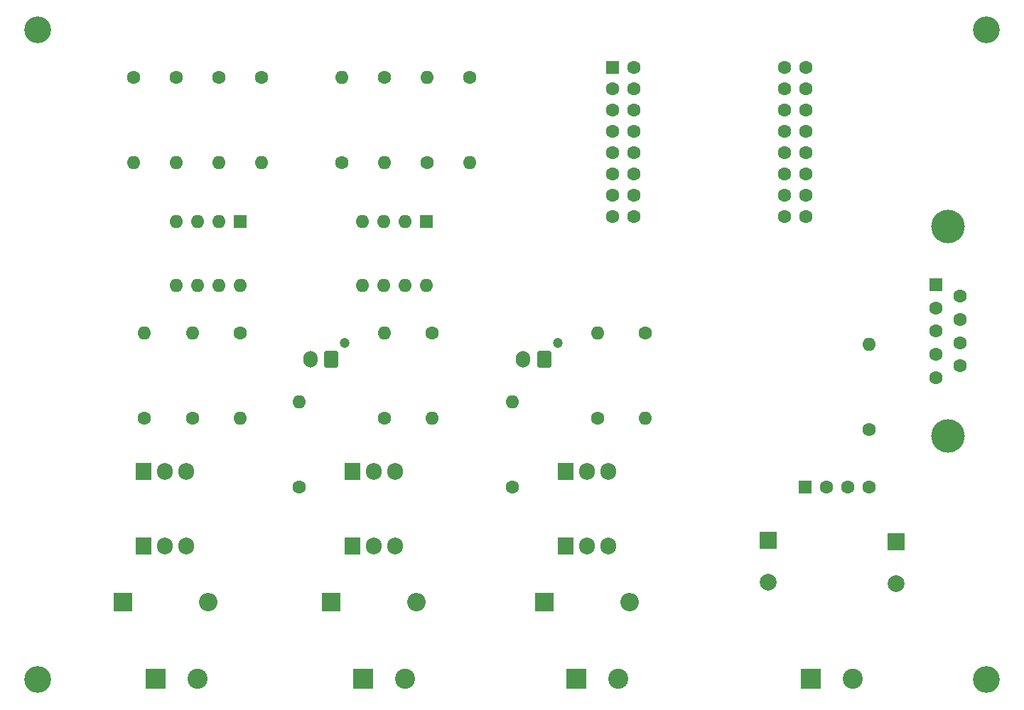
<source format=gbs>
G04 #@! TF.GenerationSoftware,KiCad,Pcbnew,7.0.1*
G04 #@! TF.CreationDate,2023-03-31T10:13:42+02:00*
G04 #@! TF.ProjectId,ESP32-BMS_Ctrl,45535033-322d-4424-9d53-5f4374726c2e,rev?*
G04 #@! TF.SameCoordinates,Original*
G04 #@! TF.FileFunction,Soldermask,Bot*
G04 #@! TF.FilePolarity,Negative*
%FSLAX46Y46*%
G04 Gerber Fmt 4.6, Leading zero omitted, Abs format (unit mm)*
G04 Created by KiCad (PCBNEW 7.0.1) date 2023-03-31 10:13:42*
%MOMM*%
%LPD*%
G01*
G04 APERTURE LIST*
G04 Aperture macros list*
%AMRoundRect*
0 Rectangle with rounded corners*
0 $1 Rounding radius*
0 $2 $3 $4 $5 $6 $7 $8 $9 X,Y pos of 4 corners*
0 Add a 4 corners polygon primitive as box body*
4,1,4,$2,$3,$4,$5,$6,$7,$8,$9,$2,$3,0*
0 Add four circle primitives for the rounded corners*
1,1,$1+$1,$2,$3*
1,1,$1+$1,$4,$5*
1,1,$1+$1,$6,$7*
1,1,$1+$1,$8,$9*
0 Add four rect primitives between the rounded corners*
20,1,$1+$1,$2,$3,$4,$5,0*
20,1,$1+$1,$4,$5,$6,$7,0*
20,1,$1+$1,$6,$7,$8,$9,0*
20,1,$1+$1,$8,$9,$2,$3,0*%
G04 Aperture macros list end*
%ADD10C,1.200000*%
%ADD11RoundRect,0.250000X0.600000X0.750000X-0.600000X0.750000X-0.600000X-0.750000X0.600000X-0.750000X0*%
%ADD12O,1.700000X2.000000*%
%ADD13C,1.600000*%
%ADD14O,1.600000X1.600000*%
%ADD15R,2.200000X2.200000*%
%ADD16O,2.200000X2.200000*%
%ADD17R,2.000000X2.000000*%
%ADD18C,2.000000*%
%ADD19R,1.905000X2.000000*%
%ADD20O,1.905000X2.000000*%
%ADD21R,1.600000X1.600000*%
%ADD22C,3.200000*%
%ADD23R,2.400000X2.400000*%
%ADD24C,2.400000*%
%ADD25C,4.000000*%
G04 APERTURE END LIST*
D10*
X134990000Y-84926000D03*
D11*
X133390000Y-86926000D03*
D12*
X130890000Y-86926000D03*
D13*
X139700000Y-53271000D03*
D14*
X139700000Y-63431000D03*
D15*
X158750000Y-115801000D03*
D16*
X168910000Y-115801000D03*
D17*
X200660000Y-108665000D03*
D18*
X200660000Y-113665000D03*
D17*
X185420000Y-108492677D03*
D18*
X185420000Y-113492677D03*
D13*
X145415000Y-83751000D03*
D14*
X145415000Y-93911000D03*
D19*
X135890000Y-109151000D03*
D20*
X138430000Y-109151000D03*
X140970000Y-109151000D03*
D13*
X129540000Y-102166000D03*
D14*
X129540000Y-92006000D03*
D13*
X170815000Y-83751000D03*
D14*
X170815000Y-93911000D03*
D21*
X144740000Y-70485000D03*
D14*
X142200000Y-70485000D03*
X139660000Y-70485000D03*
X137120000Y-70485000D03*
X137120000Y-78105000D03*
X139660000Y-78105000D03*
X142200000Y-78105000D03*
X144740000Y-78105000D03*
D15*
X133350000Y-115801000D03*
D16*
X143510000Y-115801000D03*
D13*
X154940000Y-102166000D03*
D14*
X154940000Y-92006000D03*
D22*
X211455000Y-125095000D03*
D10*
X160350000Y-84926000D03*
D11*
X158750000Y-86926000D03*
D12*
X156250000Y-86926000D03*
D13*
X139700000Y-93911000D03*
D14*
X139700000Y-83751000D03*
D19*
X135890000Y-100261000D03*
D20*
X138430000Y-100261000D03*
X140970000Y-100261000D03*
D13*
X125095000Y-53271000D03*
D14*
X125095000Y-63431000D03*
D22*
X98425000Y-47625000D03*
D13*
X149860000Y-53271000D03*
D14*
X149860000Y-63431000D03*
D19*
X111045000Y-109151000D03*
D20*
X113585000Y-109151000D03*
X116125000Y-109151000D03*
D13*
X134620000Y-63431000D03*
D14*
X134620000Y-53271000D03*
D23*
X112435000Y-125026000D03*
D24*
X117435000Y-125026000D03*
D13*
X197485000Y-95250000D03*
D14*
X197485000Y-85090000D03*
D19*
X161290000Y-109151000D03*
D20*
X163830000Y-109151000D03*
X166370000Y-109151000D03*
D19*
X111045000Y-100261000D03*
D20*
X113585000Y-100261000D03*
X116125000Y-100261000D03*
D22*
X98425000Y-125095000D03*
D13*
X109855000Y-53271000D03*
D14*
X109855000Y-63431000D03*
D22*
X211455000Y-47625000D03*
D25*
X206844669Y-96030000D03*
X206844669Y-71030000D03*
D21*
X205424669Y-77990000D03*
D13*
X205424669Y-80760000D03*
X205424669Y-83530000D03*
X205424669Y-86300000D03*
X205424669Y-89070000D03*
X208264669Y-79375000D03*
X208264669Y-82145000D03*
X208264669Y-84915000D03*
X208264669Y-87685000D03*
D23*
X162600000Y-125026000D03*
D24*
X167600000Y-125026000D03*
D23*
X190540000Y-125026000D03*
D24*
X195540000Y-125026000D03*
D15*
X108545000Y-115801000D03*
D16*
X118705000Y-115801000D03*
D19*
X161290000Y-100261000D03*
D20*
X163830000Y-100261000D03*
X166370000Y-100261000D03*
D21*
X189865000Y-102142677D03*
D13*
X192405000Y-102142677D03*
X194945000Y-102142677D03*
X197485000Y-102142677D03*
X122555000Y-83751000D03*
D14*
X122555000Y-93911000D03*
D13*
X144780000Y-63431000D03*
D14*
X144780000Y-53271000D03*
D21*
X166860000Y-52105000D03*
D13*
X169400000Y-52105000D03*
X169400000Y-54645000D03*
X166860000Y-54645000D03*
X169400000Y-57185000D03*
X166860000Y-57185000D03*
X169400000Y-59725000D03*
X166860000Y-59725000D03*
X169400000Y-62265000D03*
X166860000Y-62265000D03*
X169400000Y-64805000D03*
X166860000Y-64805000D03*
X166860000Y-67345000D03*
X169400000Y-67345000D03*
X169400000Y-69885000D03*
X166860000Y-69885000D03*
X187430000Y-67345000D03*
X189970000Y-67345000D03*
X189970000Y-69885000D03*
X187430000Y-69885000D03*
X189970000Y-64805000D03*
X187430000Y-64805000D03*
X189970000Y-62265000D03*
X187430000Y-62265000D03*
X189970000Y-59725000D03*
X187430000Y-59725000D03*
X189970000Y-57185000D03*
X187430000Y-57185000D03*
X189970000Y-54645000D03*
X187430000Y-54645000D03*
X189970000Y-52105000D03*
X187430000Y-52105000D03*
D21*
X122555000Y-70485000D03*
D14*
X120015000Y-70485000D03*
X117475000Y-70485000D03*
X114935000Y-70485000D03*
X114935000Y-78105000D03*
X117475000Y-78105000D03*
X120015000Y-78105000D03*
X122555000Y-78105000D03*
D13*
X116840000Y-93911000D03*
D14*
X116840000Y-83751000D03*
D13*
X165100000Y-93911000D03*
D14*
X165100000Y-83751000D03*
D13*
X114935000Y-53271000D03*
D14*
X114935000Y-63431000D03*
D13*
X111085000Y-93911000D03*
D14*
X111085000Y-83751000D03*
D13*
X120015000Y-53271000D03*
D14*
X120015000Y-63431000D03*
D23*
X137200000Y-125026000D03*
D24*
X142200000Y-125026000D03*
M02*

</source>
